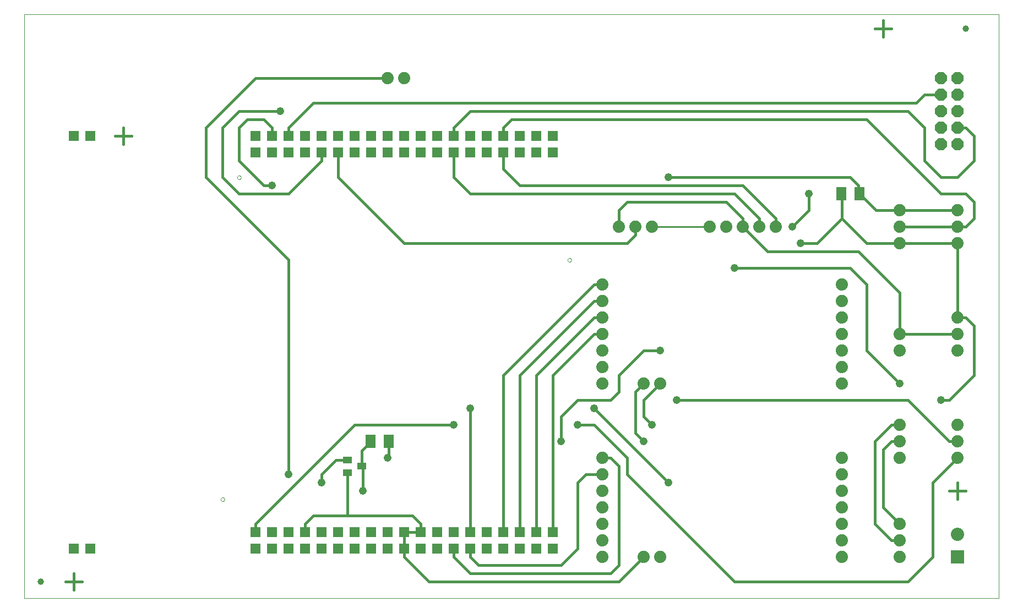
<source format=gtl>
G75*
G70*
%OFA0B0*%
%FSLAX24Y24*%
%IPPOS*%
%LPD*%
%AMOC8*
5,1,8,0,0,1.08239X$1,22.5*
%
%ADD10C,0.0000*%
%ADD11R,0.0634X0.0634*%
%ADD12C,0.0740*%
%ADD13R,0.0630X0.0787*%
%ADD14OC8,0.0740*%
%ADD15R,0.0800X0.0800*%
%ADD16C,0.0800*%
%ADD17C,0.0394*%
%ADD18R,0.0551X0.0394*%
%ADD19C,0.0160*%
%ADD20C,0.0100*%
%ADD21C,0.0476*%
D10*
X000100Y000100D02*
X000100Y035470D01*
X059092Y035470D01*
X059092Y000100D01*
X000100Y000100D01*
X011982Y006100D02*
X011984Y006121D01*
X011990Y006141D01*
X011999Y006161D01*
X012011Y006178D01*
X012026Y006192D01*
X012044Y006204D01*
X012064Y006212D01*
X012084Y006217D01*
X012105Y006218D01*
X012126Y006215D01*
X012146Y006209D01*
X012165Y006198D01*
X012182Y006185D01*
X012195Y006169D01*
X012206Y006151D01*
X012214Y006131D01*
X012218Y006111D01*
X012218Y006089D01*
X012214Y006069D01*
X012206Y006049D01*
X012195Y006031D01*
X012182Y006015D01*
X012165Y006002D01*
X012146Y005991D01*
X012126Y005985D01*
X012105Y005982D01*
X012084Y005983D01*
X012064Y005988D01*
X012044Y005996D01*
X012026Y006008D01*
X012011Y006022D01*
X011999Y006039D01*
X011990Y006059D01*
X011984Y006079D01*
X011982Y006100D01*
X032982Y020600D02*
X032984Y020621D01*
X032990Y020641D01*
X032999Y020661D01*
X033011Y020678D01*
X033026Y020692D01*
X033044Y020704D01*
X033064Y020712D01*
X033084Y020717D01*
X033105Y020718D01*
X033126Y020715D01*
X033146Y020709D01*
X033165Y020698D01*
X033182Y020685D01*
X033195Y020669D01*
X033206Y020651D01*
X033214Y020631D01*
X033218Y020611D01*
X033218Y020589D01*
X033214Y020569D01*
X033206Y020549D01*
X033195Y020531D01*
X033182Y020515D01*
X033165Y020502D01*
X033146Y020491D01*
X033126Y020485D01*
X033105Y020482D01*
X033084Y020483D01*
X033064Y020488D01*
X033044Y020496D01*
X033026Y020508D01*
X033011Y020522D01*
X032999Y020539D01*
X032990Y020559D01*
X032984Y020579D01*
X032982Y020600D01*
X012982Y025600D02*
X012984Y025621D01*
X012990Y025641D01*
X012999Y025661D01*
X013011Y025678D01*
X013026Y025692D01*
X013044Y025704D01*
X013064Y025712D01*
X013084Y025717D01*
X013105Y025718D01*
X013126Y025715D01*
X013146Y025709D01*
X013165Y025698D01*
X013182Y025685D01*
X013195Y025669D01*
X013206Y025651D01*
X013214Y025631D01*
X013218Y025611D01*
X013218Y025589D01*
X013214Y025569D01*
X013206Y025549D01*
X013195Y025531D01*
X013182Y025515D01*
X013165Y025502D01*
X013146Y025491D01*
X013126Y025485D01*
X013105Y025482D01*
X013084Y025483D01*
X013064Y025488D01*
X013044Y025496D01*
X013026Y025508D01*
X013011Y025522D01*
X012999Y025539D01*
X012990Y025559D01*
X012984Y025579D01*
X012982Y025600D01*
D11*
X014100Y027100D03*
X014100Y028100D03*
X015100Y028100D03*
X015100Y027100D03*
X016100Y027100D03*
X017100Y027100D03*
X017100Y028100D03*
X016100Y028100D03*
X018100Y028100D03*
X018100Y027100D03*
X019100Y027100D03*
X020100Y027100D03*
X020100Y028100D03*
X019100Y028100D03*
X021100Y028100D03*
X021100Y027100D03*
X022100Y027100D03*
X022100Y028100D03*
X023100Y028100D03*
X024100Y028100D03*
X024100Y027100D03*
X023100Y027100D03*
X025100Y027100D03*
X025100Y028100D03*
X026100Y028100D03*
X027100Y028100D03*
X027100Y027100D03*
X026100Y027100D03*
X028100Y027100D03*
X028100Y028100D03*
X029100Y028100D03*
X030100Y028100D03*
X030100Y027100D03*
X029100Y027100D03*
X031100Y027100D03*
X031100Y028100D03*
X032100Y028100D03*
X032100Y027100D03*
X004100Y028100D03*
X003100Y028100D03*
X014100Y004100D03*
X015100Y004100D03*
X016100Y004100D03*
X017100Y004100D03*
X018100Y004100D03*
X019100Y004100D03*
X020100Y004100D03*
X021100Y004100D03*
X022100Y004100D03*
X023100Y004100D03*
X024100Y004100D03*
X025100Y004100D03*
X026100Y004100D03*
X027100Y004100D03*
X028100Y004100D03*
X029100Y004100D03*
X030100Y004100D03*
X031100Y004100D03*
X032100Y004100D03*
X032100Y003100D03*
X031100Y003100D03*
X030100Y003100D03*
X029100Y003100D03*
X028100Y003100D03*
X027100Y003100D03*
X026100Y003100D03*
X025100Y003100D03*
X024100Y003100D03*
X023100Y003100D03*
X022100Y003100D03*
X021100Y003100D03*
X020100Y003100D03*
X019100Y003100D03*
X018100Y003100D03*
X017100Y003100D03*
X016100Y003100D03*
X015100Y003100D03*
X014100Y003100D03*
X004100Y003100D03*
X003100Y003100D03*
D12*
X035100Y002600D03*
X035100Y003600D03*
X035100Y004600D03*
X035100Y005600D03*
X035100Y006600D03*
X035100Y007600D03*
X035100Y008600D03*
X035100Y013100D03*
X035100Y014100D03*
X035100Y015100D03*
X035100Y016100D03*
X035100Y017100D03*
X035100Y018100D03*
X035100Y019100D03*
X036100Y022600D03*
X037100Y022600D03*
X038100Y022600D03*
X041600Y022600D03*
X042600Y022600D03*
X043600Y022600D03*
X044600Y022600D03*
X045600Y022600D03*
X049600Y019100D03*
X049600Y018100D03*
X049600Y017100D03*
X049600Y016100D03*
X049600Y015100D03*
X049600Y014100D03*
X049600Y013100D03*
X053100Y015100D03*
X053100Y016100D03*
X056600Y016100D03*
X056600Y015100D03*
X056600Y017100D03*
X056600Y021600D03*
X056600Y022600D03*
X056600Y023600D03*
X053100Y023600D03*
X053100Y022600D03*
X053100Y021600D03*
X038600Y013100D03*
X037600Y013100D03*
X049600Y008600D03*
X049600Y007600D03*
X049600Y006600D03*
X049600Y005600D03*
X049600Y004600D03*
X049600Y003600D03*
X049600Y002600D03*
X053100Y002600D03*
X053100Y003600D03*
X053100Y004600D03*
X053100Y008600D03*
X053100Y009600D03*
X053100Y010600D03*
X056600Y010600D03*
X056600Y009600D03*
X056600Y008600D03*
X038600Y002600D03*
X037600Y002600D03*
X023100Y031600D03*
X022100Y031600D03*
D13*
X049549Y024600D03*
X050651Y024600D03*
X022151Y009600D03*
X021049Y009600D03*
D14*
X055600Y027600D03*
X056600Y027600D03*
X056600Y028600D03*
X055600Y028600D03*
X055600Y029600D03*
X056600Y029600D03*
X056600Y030600D03*
X056600Y031600D03*
X055600Y031600D03*
X055600Y030600D03*
D15*
X056600Y002600D03*
D16*
X056600Y003978D03*
D17*
X057100Y034600D03*
X001100Y001100D03*
D18*
X019667Y007726D03*
X020533Y008100D03*
X019667Y008474D03*
D19*
X018974Y008474D01*
X018100Y007600D01*
X018100Y007100D01*
X019667Y007726D02*
X019667Y005100D01*
X017600Y005100D01*
X017100Y004600D01*
X017100Y004100D01*
X019667Y005100D02*
X023600Y005100D01*
X024100Y004600D01*
X024100Y004100D01*
X023100Y004100D01*
X023100Y003100D01*
X023100Y002600D01*
X024600Y001100D01*
X036100Y001100D01*
X037600Y002600D01*
X036100Y002100D02*
X035600Y001600D01*
X027100Y001600D01*
X026100Y002600D01*
X026100Y003100D01*
X027100Y003100D02*
X027100Y002600D01*
X027600Y002100D01*
X032600Y002100D01*
X033600Y003100D01*
X033600Y007100D01*
X034100Y007600D01*
X035100Y007600D01*
X036100Y008100D02*
X035600Y008600D01*
X035100Y008600D01*
X036100Y008100D02*
X036100Y002100D01*
X032100Y004100D02*
X032100Y013600D01*
X034600Y016100D01*
X035100Y016100D01*
X035100Y017100D02*
X034600Y017100D01*
X031100Y013600D01*
X031100Y004100D01*
X030100Y004100D02*
X030100Y013600D01*
X034600Y018100D01*
X035100Y018100D01*
X035100Y019100D02*
X034600Y019100D01*
X029100Y013600D01*
X029100Y004100D01*
X027100Y004100D02*
X027100Y011600D01*
X026100Y010600D02*
X020100Y010600D01*
X014100Y004600D01*
X014100Y004100D01*
X016100Y007600D02*
X016100Y020600D01*
X011100Y025600D01*
X011100Y028600D01*
X014100Y031600D01*
X022100Y031600D01*
X017600Y030100D02*
X016100Y028600D01*
X016100Y028100D01*
X015100Y028100D02*
X015100Y028600D01*
X014600Y029100D01*
X013600Y029100D01*
X013100Y028600D01*
X013100Y026600D01*
X014600Y025100D01*
X015100Y025100D01*
X016100Y024600D02*
X013100Y024600D01*
X012100Y025600D01*
X012100Y028600D01*
X013100Y029600D01*
X015600Y029600D01*
X017600Y030100D02*
X054100Y030100D01*
X054600Y030600D01*
X055600Y030600D01*
X053600Y029600D02*
X054600Y028600D01*
X054600Y026600D01*
X055600Y025600D01*
X056600Y025600D01*
X057600Y026600D01*
X057600Y028100D01*
X057100Y028600D01*
X056600Y028600D01*
X053600Y029600D02*
X027100Y029600D01*
X026100Y028600D01*
X026100Y028100D01*
X026100Y027100D02*
X026100Y025600D01*
X027100Y024600D01*
X043100Y024600D01*
X044600Y023100D01*
X044600Y022600D01*
X043600Y022600D02*
X045100Y021100D01*
X050600Y021100D01*
X053100Y018600D01*
X053100Y016100D01*
X056600Y016100D01*
X057600Y016600D02*
X057600Y013600D01*
X056100Y012100D01*
X055600Y012100D01*
X053600Y012100D02*
X039600Y012100D01*
X038600Y013100D02*
X037600Y012100D01*
X037600Y011100D01*
X038100Y010600D01*
X037100Y010100D02*
X037100Y012600D01*
X037600Y013100D01*
X036100Y012600D02*
X035600Y012100D01*
X033600Y012100D01*
X032600Y011100D01*
X032600Y009600D01*
X033600Y010600D02*
X034600Y010600D01*
X036600Y008600D01*
X036600Y007600D01*
X043100Y001100D01*
X053600Y001100D01*
X055100Y002600D01*
X055100Y007100D01*
X056600Y008600D01*
X056600Y009600D02*
X056100Y009600D01*
X053600Y012100D01*
X053100Y013100D02*
X051100Y015100D01*
X051100Y019100D01*
X050100Y020100D01*
X043100Y020100D01*
X043600Y022600D02*
X043600Y023100D01*
X042600Y024100D01*
X036600Y024100D01*
X036100Y023600D01*
X036100Y022600D01*
X037100Y022600D02*
X037100Y022100D01*
X036600Y021600D01*
X023100Y021600D01*
X019100Y025600D01*
X019100Y027100D01*
X018100Y027100D02*
X018100Y026600D01*
X016100Y024600D01*
X006600Y028100D02*
X005600Y028100D01*
X006100Y028600D02*
X006100Y027600D01*
X029100Y027100D02*
X029100Y026100D01*
X030100Y025100D01*
X043600Y025100D01*
X045600Y023100D01*
X045600Y022600D01*
X046600Y022600D02*
X047600Y023600D01*
X047600Y024600D01*
X049600Y024600D02*
X049600Y023100D01*
X048100Y021600D01*
X047100Y021600D01*
X049600Y023100D02*
X051100Y021600D01*
X053100Y021600D01*
X056600Y021600D01*
X056600Y017100D01*
X057100Y017100D01*
X057600Y016600D01*
X057100Y022600D02*
X056600Y022600D01*
X053100Y022600D01*
X053100Y023600D02*
X051651Y023600D01*
X050651Y024600D01*
X050600Y024651D01*
X050600Y025100D01*
X050100Y025600D01*
X039100Y025600D01*
X029600Y029100D02*
X051100Y029100D01*
X055600Y024600D01*
X057100Y024600D01*
X057600Y024100D01*
X057600Y023100D01*
X057100Y022600D01*
X056600Y023600D02*
X053100Y023600D01*
X038600Y015100D02*
X037600Y015100D01*
X036100Y013600D01*
X036100Y012600D01*
X034600Y011600D02*
X039100Y007100D01*
X037600Y009600D02*
X037100Y010100D01*
X051600Y009600D02*
X051600Y004600D01*
X052600Y003600D01*
X053100Y003600D01*
X053100Y004600D02*
X052100Y005600D01*
X052100Y009100D01*
X052600Y009600D01*
X053100Y009600D01*
X052600Y010600D02*
X051600Y009600D01*
X052600Y010600D02*
X053100Y010600D01*
X056600Y007100D02*
X056600Y006100D01*
X056100Y006600D02*
X057100Y006600D01*
X022151Y008651D02*
X022100Y008600D01*
X022151Y008651D02*
X022151Y009600D01*
X021100Y009600D02*
X021049Y009600D01*
X021100Y009600D02*
X020533Y009033D01*
X020533Y008100D01*
X020600Y008033D01*
X020600Y006600D01*
X003600Y001100D02*
X002600Y001100D01*
X003100Y001600D02*
X003100Y000600D01*
X029100Y028100D02*
X029100Y028600D01*
X029600Y029100D01*
X051600Y034600D02*
X052600Y034600D01*
X052100Y035100D02*
X052100Y034100D01*
D20*
X049600Y024600D02*
X049549Y024600D01*
X041600Y022600D02*
X038100Y022600D01*
D21*
X039100Y025600D03*
X046600Y022600D03*
X047100Y021600D03*
X043100Y020100D03*
X047600Y024600D03*
X038600Y015100D03*
X039600Y012100D03*
X038100Y010600D03*
X037600Y009600D03*
X034600Y011600D03*
X033600Y010600D03*
X032600Y009600D03*
X027100Y011600D03*
X026100Y010600D03*
X022100Y008600D03*
X020600Y006600D03*
X018100Y007100D03*
X016100Y007600D03*
X039100Y007100D03*
X053100Y013100D03*
X055600Y012100D03*
X015600Y029600D03*
X015100Y025100D03*
M02*

</source>
